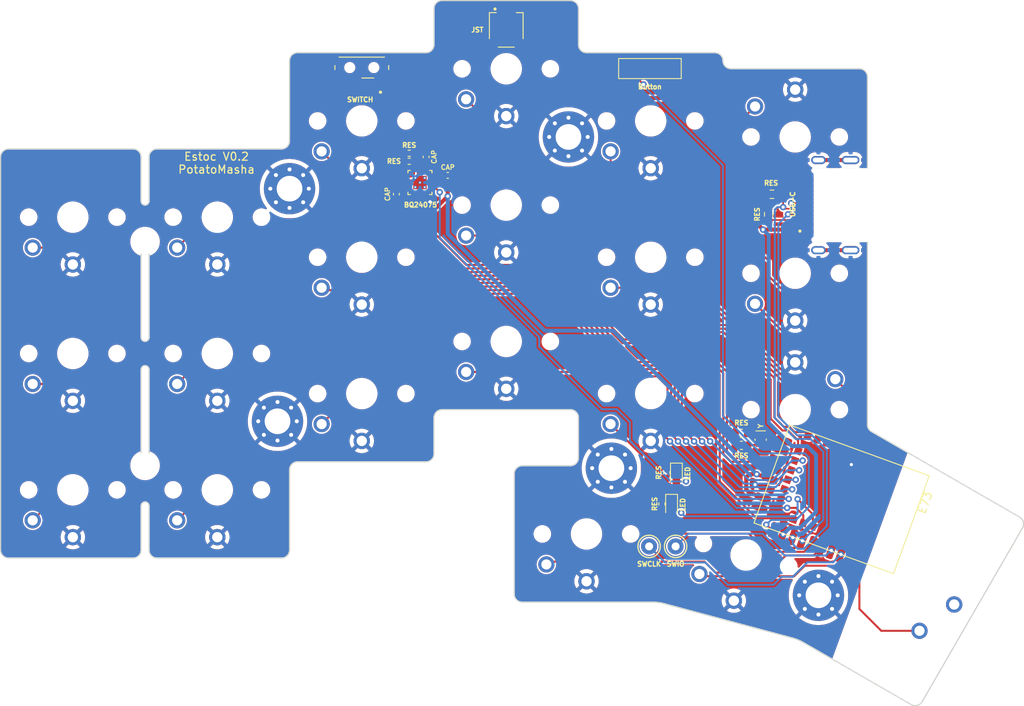
<source format=kicad_pcb>
(kicad_pcb (version 20211014) (generator pcbnew)
  (title_block (title "Estoc") (rev "0.2") (company "Austin Rognes"))
  (layers (0 "F.Cu" signal) (31 "B.Cu" signal) (34 "B.Paste" user) (35 "F.Paste" user) (36 "B.SilkS" user "B.Silkscreen") (37 "F.SilkS" user "F.Silkscreen") (38 "B.Mask" user) (39 "F.Mask" user) (44 "Edge.Cuts" user))
  (net 0 "")
  (net 1 "GND")
  (net 2 "K1")
  (net 3 "K2")
  (net 4 "K3")
  (net 5 "K4")
  (net 6 "K5")
  (net 7 "K6")
  (net 8 "K7")
  (net 9 "K8")
  (net 10 "K9")
  (net 11 "K10")
  (net 12 "K11")
  (net 13 "K12")
  (net 14 "K13")
  (net 15 "VDDH")
  (net 16 "VBUS")
  (net 17 "D-")
  (net 18 "D+")
  (net 19 "K14")
  (net 20 "K15")
  (net 21 "K16")
  (net 22 "K17")
  (net 23 "K18")
  (net 24 "K19")
  (net 25 "K20")
  (net 26 "K21")
  (net 27 "VBAT")
  (net 28 "CHG")
  (net 29 "RST")
  (net 30 "SWIO")
  (net 31 "SWCLK")
  (net 32 "STATUS")
  (footprint "PG1350" (layer "F.Cu") (at 125.3 119.3 180)
    (fp_text reference "S2" hide)
    (fp_text value "" hide)
  )
  (footprint "PG1350" (layer "F.Cu") (at 173.183294 139.419002 -15)
    (fp_text reference "S1" hide)
    (fp_text value "" hide)
  )
  (footprint "LED_SMD:LED_0603_1608Metric" (layer "F.Cu") (at 163.9 133.35 -90)
    (fp_text reference "LED")
    (fp_text value "LED")
  )
  (footprint "PG1350" (layer "F.Cu") (at 161.3 119.3 180)
    (fp_text reference "S2" hide)
    (fp_text value "" hide)
  )
  (footprint "clipboard:8583f098-8525-47d3-99c4-a63cf4c513a4" (layer "F.Cu") (at 181.599999 91.18 90)
    (fp_text reference "")
    (fp_text value "")
    (fp_line (start -8.42038 0) (end -0.81962 0) (layer "Edge.Cuts") (width 0.01))
    (fp_line (start 0 6.7) (end 0 0) (layer "Edge.Cuts") (width 0.01))
    (fp_line (start -9.24 6.7) (end -9.24 0) (layer "Edge.Cuts") (width 0.01))
    (fp_arc (start -8.42038 0) (mid -8.570382 -0.040191) (end -8.680191 -0.15) (layer "Edge.Cuts") (width 0.01))
    (fp_arc (start -0.55981 -0.15) (mid -0.222356 -0.289779) (end 0 -0.000001) (layer "Edge.Cuts") (width 0.01))
    (fp_arc (start -0.55981 -0.15) (mid -0.669619 -0.040192) (end -0.81962 0) (layer "Edge.Cuts") (width 0.01))
    (fp_arc (start -9.24 0) (mid -9.017645 -0.289779) (end -8.680191 -0.15) (layer "Edge.Cuts") (width 0.01))
  )
  (footprint "PG1350" (layer "F.Cu") (at 153.3 136.8 180)
    (fp_text reference "S2" hide)
    (fp_text value "" hide)
  )
  (footprint "PG1350" (layer "F.Cu") (at 89.3 131.3 180)
    (fp_text reference "S2" hide)
    (fp_text value "" hide)
  )
  (footprint "TestPoint:TestPoint_Keystone_5000-5004_Miniature" (layer "F.Cu") (at 161.1 138.35)
    (fp_text reference "SWCLK")
    (fp_text value "TestPoint_Keystone_5000-5004_Miniature" hide)
  )
  (footprint "Capacitor_SMD:C_0402_1005Metric" (layer "F.Cu") (at 133.3125 89.78875 -90)
    (fp_text reference "CAP")
    (fp_text value "CAP")
  )
  (footprint "2169900003:MOLEX_2169900003" (layer "F.Cu") (at 186.2 95.8 90)
    (fp_text reference "USB-C")
    (fp_text value "USB-C")
  )
  (footprint "TestPoint:TestPoint_Keystone_5000-5004_Miniature" (layer "F.Cu") (at 164.4 138.35)
    (fp_text reference "SWIO")
    (fp_text value "TestPoint_Keystone_5000-5004_Miniature" hide)
  )
  (footprint "PG1350" (layer "F.Cu") (at 173.183294 139.419002 165)
    (fp_text reference "S2" hide)
    (fp_text value "" hide)
  )
  (footprint "PG1350" (layer "F.Cu") (at 179.3 121.3)
    (fp_text reference "S2" hide)
    (fp_text value "" hide)
  )
  (footprint "MountingHole:MountingHole_3.2mm_M3" (layer "F.Cu") (at 98.3 100.35)
    (fp_text reference "REF**" hide)
    (fp_text value "MountingHole_3.2mm_M3" hide)
  )
  (footprint "PG1350" (layer "F.Cu") (at 161.3 119.3)
    (fp_text reference "S1" hide)
    (fp_text value "" hide)
  )
  (footprint "PG1350" (layer "F.Cu") (at 143.3 95.8)
    (fp_text reference "S1" hide)
    (fp_text value "" hide)
  )
  (footprint "PG1350" (layer "F.Cu") (at 161.3 102.3 180)
    (fp_text reference "S2" hide)
    (fp_text value "" hide)
  )
  (footprint "Capacitor_SMD:C_0402_1005Metric" (layer "F.Cu") (at 136.0125 92.08875 180)
    (fp_text reference "CAP")
    (fp_text value "CAP")
  )
  (footprint "PG1350" (layer "F.Cu") (at 161.3 85.3 180)
    (fp_text reference "S2" hide)
    (fp_text value "" hide)
  )
  (footprint "Resistor_SMD:R_0603_1608Metric" (layer "F.Cu") (at 176 96.95 90)
    (fp_text reference "RES")
    (fp_text value "RES")
  )
  (footprint "Crystal:Crystal_SMD_MicroCrystal_CM9V-T1A-2Pin_1.6x1.0mm" (layer "F.Cu") (at 175 125.05 -90)
    (fp_text reference "Y")
    (fp_text value "Y1")
  )
  (footprint "Capacitor_SMD:C_0603_1608Metric" (layer "F.Cu") (at 172.6 125.75 180)
    (fp_text reference "RES")
    (fp_text value "C")
  )
  (footprint "PG1350" (layer "F.Cu") (at 89.3 131.3)
    (fp_text reference "S1" hide)
    (fp_text value "" hide)
  )
  (footprint "PG1350" (layer "F.Cu") (at 161.3 102.3)
    (fp_text reference "S1" hide)
    (fp_text value "" hide)
  )
  (footprint "EG1215AA:SW_EG1215AA" (layer "F.Cu") (at 125.3 78.65 180)
    (fp_text reference "SWITCH")
    (fp_text value "SW_EG1215AA")
  )
  (footprint "Resistor_SMD:R_0402_1005Metric" (layer "F.Cu") (at 162.7 133.06 -90)
    (fp_text reference "RES")
    (fp_text value "RES")
  )
  (footprint "BQ24075TRGTT:QFN50P300X300X100-17N" (layer "F.Cu") (at 132.55 92.985)
    (fp_text reference "BQ24075")
    (fp_text value "BQ24075")
  )
  (footprint "PG1350" (layer "F.Cu") (at 143.3 78.8 180)
    (fp_text reference "S2" hide)
    (fp_text value "" hide)
  )
  (footprint "TL3330AF260QG:TL3330AF260QG" (layer "F.Cu") (at 165.105 80.025 180)
    (fp_text reference "Button")
    (fp_text value "TL3330AF260QG")
  )
  (footprint "Resistor_SMD:R_0402_1005Metric" (layer "F.Cu") (at 163.3 129.16 -90)
    (fp_text reference "RES")
    (fp_text value "RES")
  )
  (footprint "Resistor_SMD:R_0603_1608Metric" (layer "F.Cu") (at 176.4 94.45 180)
    (fp_text reference "RES")
    (fp_text value "RES")
  )
  (footprint "PG1350" (layer "F.Cu") (at 89.3 114.3 180)
    (fp_text reference "S2" hide)
    (fp_text value "" hide)
  )
  (footprint "PG1350" (layer "F.Cu") (at 89.3 97.3 180)
    (fp_text reference "S2" hide)
    (fp_text value "" hide)
  )
  (footprint "PG1350" (layer "F.Cu") (at 193.998784 142.645771 60)
    (fp_text reference "S1" hide)
    (fp_text value "" hide)
  )
  (footprint "PG1350" (layer "F.Cu") (at 107.3 114.3)
    (fp_text reference "S1" hide)
    (fp_text value "" hide)
  )
  (footprint "PG1350" (layer "F.Cu") (at 143.3 112.8)
    (fp_text reference "S1" hide)
    (fp_text value "" hide)
  )
  (footprint "LED_SMD:LED_0603_1608Metric" (layer "F.Cu") (at 164.5 129.45 -90)
    (fp_text reference "LED")
    (fp_text value "LED")
  )
  (footprint "Resistor_SMD:R_0402_1005Metric" (layer "F.Cu") (at 131.2125 90.335 180)
    (fp_text reference "RES")
    (fp_text value "RES")
  )
  (footprint "MountingHole:MountingHole_3.2mm_M3" (layer "F.Cu") (at 98.3 128.25)
    (fp_text reference "REF**" hide)
    (fp_text value "MountingHole_3.2mm_M3" hide)
  )
  (footprint "PG1350" (layer "F.Cu") (at 143.3 95.8 180)
    (fp_text reference "S2" hide)
    (fp_text value "" hide)
  )
  (footprint "PG1350" (layer "F.Cu") (at 125.3 85.3 180)
    (fp_text reference "S2" hide)
    (fp_text value "" hide)
  )
  (footprint "MountingHole:MountingHole_3.2mm_M3_Pad_Via" (layer "F.Cu") (at 156.4 128.6)
    (fp_text reference "REF**" hide)
    (fp_text value "MountingHole_3.2mm_M3_Pad_Via" hide)
  )
  (footprint "PG1350" (layer "F.Cu") (at 125.3 102.3 180)
    (fp_text reference "S2" hide)
    (fp_text value "" hide)
  )
  (footprint "PG1350" (layer "F.Cu") (at 107.3 97.3 180)
    (fp_text reference "S2" hide)
    (fp_text value "" hide)
  )
  (footprint "PG1350" (layer "F.Cu") (at 89.3 97.3)
    (fp_text reference "S1" hide)
    (fp_text value "" hide)
  )
  (footprint "BM02B-ACHSS-GAN-TF_LF__SN_:JST_BM02B-ACHSS-GAN-TF(LF)(SN)" (layer "F.Cu") (at 143.3 73.95)
    (fp_text reference "JST")
    (fp_text value "JST_BM02B")
  )
  (footprint "PG1350" (layer "F.Cu") (at 125.3 119.3)
    (fp_text reference "S1" hide)
    (fp_text value "" hide)
  )
  (footprint "PG1350" (layer "F.Cu") (at 143.3 112.8 180)
    (fp_text reference "S2" hide)
    (fp_text value "" hide)
  )
  (footprint "PG1350" (layer "F.Cu") (at 179.3 104.3)
    (fp_text reference "S1" hide)
    (fp_text value "" hide)
  )
  (footprint "PG1350" (layer "F.Cu") (at 179.3 104.3 180)
    (fp_text reference "S2" hide)
    (fp_text value "" hide)
  )
  (footprint "MountingHole:MountingHole_3.2mm_M3_Pad_Via" (layer "F.Cu") (at 151.05 87.3)
    (fp_text reference "REF**" hide)
    (fp_text value "Hole" hide)
  )
  (footprint "E73-2G4M08S1E:E73-2G4M08S1E" (layer "F.Cu") (at 184.846727 132.399344 -110)
    (fp_text reference "E73")
    (fp_text value "E73")
  )
  (footprint "PG1350" (layer "F.Cu") (at 107.3 131.3 180)
    (fp_text reference "S2" hide)
    (fp_text value "" hide)
  )
  (footprint "PG1350" (layer "F.Cu") (at 89.3 114.3)
    (fp_text reference "S1" hide)
    (fp_text value "" hide)
  )
  (footprint "Capacitor_SMD:C_0603_1608Metric" (layer "F.Cu") (at 172.6 124.25 180)
    (fp_text reference "RES")
    (fp_text value "C")
  )
  (footprint "PG1350" (layer "F.Cu") (at 125.3 102.3)
    (fp_text reference "S1" hide)
    (fp_text value "" hide)
  )
  (footprint "PG1350" (layer "F.Cu") (at 107.3 131.3)
    (fp_text reference "S1" hide)
    (fp_text value "" hide)
  )
  (footprint "PG1350" (layer "F.Cu") (at 153.3 136.8)
    (fp_text reference "S1" hide)
    (fp_text value "" hide)
  )
  (footprint "MountingHole:MountingHole_3.2mm_M3_Pad_Via" (layer "F.Cu") (at 116.3 93.75)
    (fp_text reference "REF**" hide)
    (fp_text value "MountingHole_3.2mm_M3_Pad_Via" hide)
  )
  (footprint "PG1350" (layer "F.Cu") (at 193.998784 142.645771 -120)
    (fp_text reference "S2" hide)
    (fp_text value "" hide)
  )
  (footprint "Resistor_SMD:R_0402_1005Metric" (layer "F.Cu") (at 131.2125 89.335 180)
    (fp_text reference "RES")
    (fp_text value "RES")
  )
  (footprint "PG1350" (layer "F.Cu") (at 107.3 97.3)
    (fp_text reference "S1" hide)
    (fp_text value "" hide)
  )
  (footprint "PG1350" (layer "F.Cu") (at 125.3 85.3)
    (fp_text reference "S1" hide)
    (fp_text value "" hide)
  )
  (footprint "PG1350" (layer "F.Cu") (at 143.3 78.8)
    (fp_text reference "S1" hide)
    (fp_text value "" hide)
  )
  (footprint "Capacitor_SMD:C_0402_1005Metric" (layer "F.Cu") (at 129.6125 94.435 -90)
    (fp_text reference "CAP")
    (fp_text value "CAP")
  )
  (footprint "MountingHole:MountingHole_3.2mm_M3_Pad_Via" (layer "F.Cu") (at 182.2 144.45)
    (fp_text reference "REF**" hide)
    (fp_text value "MountingHole_3.2mm_M3_Pad_Via" hide)
  )
  (footprint "PG1350" (layer "F.Cu") (at 107.3 114.3 180)
    (fp_text reference "S2" hide)
    (fp_text value "" hide)
  )
  (footprint "PG1350" (layer "F.Cu") (at 161.3 85.3)
    (fp_text reference "S1" hide)
    (fp_text value "" hide)
  )
  (footprint "PG1350" (layer "F.Cu") (at 179.3 121.3 180)
    (fp_text reference "S1" hide)
    (fp_text value "" hide)
  )
  (footprint "MountingHole:MountingHole_3.2mm_M3_Pad_Via" (layer "F.Cu") (at 114.8 122.75)
    (fp_text reference "0" hide)
    (fp_text value "MountingHole_3.2mm_M3_Pad_Via" hide)
  )
  (footprint "PG1350" (layer "F.Cu") (at 179.3 87.3 180)
    (fp_text reference "S1" hide)
    (fp_text value "" hide)
  )
  (footprint "PG1350" (layer "B.Cu") (at 179.3 87.3 180)
    (fp_text reference "S2" hide)
    (fp_text value "" hide)
  )
  (gr_arc (start 116.3 138.8) (mid 116.007104 139.507104) (end 115.3 139.8) (layer "Edge.Cuts") (width 0.15))
  (gr_arc (start 97.8 133.312994) (mid 98.3 132.8) (end 98.8 133.312994) (layer "Edge.Cuts") (width 0.15))
  (gr_arc (start 116.3 128.8) (mid 116.592895 128.092895) (end 117.3 127.8) (layer "Edge.Cuts") (width 0.15))
  (gr_line (start 162.975009 145.484592) (end 179.003436 149.78) (layer "Edge.Cuts") (width 0.15))
  (gr_line (start 134.3 71.3) (end 134.3 75.8) (layer "Edge.Cuts") (width 0.15))
  (gr_arc (start 153.3 76.8) (mid 152.592893 76.507107) (end 152.3 75.8) (layer "Edge.Cuts") (width 0.15))
  (gr_arc (start 179.003436 149.78) (mid 179.674454 150.00778) (end 180.31 150.321196) (layer "Edge.Cuts") (width 0.15))
  (gr_arc (start 171.3 78.8) (mid 170.592893 78.507107) (end 170.3 77.8) (layer "Edge.Cuts") (width 0.15))
  (gr_line (start 135.3 121.3) (end 151.292895 121.3) (layer "Edge.Cuts") (width 0.15))
  (gr_arc (start 99.800107 139.8) (mid 99.093 139.507107) (end 98.800107 138.8) (layer "Edge.Cuts") (width 0.15))
  (gr_line (start 187.3 78.8) (end 171.3 78.8) (layer "Edge.Cuts") (width 0.15))
  (gr_arc (start 81.3 139.8) (mid 80.592893 139.507107) (end 80.3 138.8) (layer "Edge.Cuts") (width 0.15))
  (gr_line (start 99.800107 88.8) (end 115.3 88.8) (layer "Edge.Cuts") (width 0.15))
  (gr_line (start 169.3 76.8) (end 153.3 76.8) (layer "Edge.Cuts") (width 0.15))
  (gr_line (start 116.3 138.8) (end 116.3 128.8) (layer "Edge.Cuts") (width 0.15))
  (gr_line (start 188.3 123.176363) (end 188.299999 100.42) (layer "Edge.Cuts") (width 0.15))
  (gr_line (start 97.8 133.312994) (end 97.799893 138.8) (layer "Edge.Cuts") (width 0.15))
  (gr_arc (start 134.3 122.3) (mid 134.592895 121.592895) (end 135.3 121.3) (layer "Edge.Cuts") (width 0.15))
  (gr_arc (start 151.3 121.3) (mid 152.007107 121.592893) (end 152.3 122.3) (layer "Edge.Cuts") (width 0.15))
  (gr_line (start 134.3 122.3) (end 134.3 126.8) (layer "Edge.Cuts") (width 0.15))
  (gr_arc (start 188.81 124.044989) (mid 188.436928 123.680003) (end 188.3 123.176363) (layer "Edge.Cuts") (width 0.15))
  (gr_line (start 98.800107 89.8) (end 98.8 95.287499) (layer "Edge.Cuts") (width 0.15))
  (gr_arc (start 169.3 76.8) (mid 170.007107 77.092893) (end 170.3 77.8) (layer "Edge.Cuts") (width 0.15))
  (gr_line (start 97.8 99.313157) (end 97.8 112.287336) (layer "Edge.Cuts") (width 0.15))
  (gr_arc (start 97.8 116.312994) (mid 98.3 115.8) (end 98.8 116.312994) (layer "Edge.Cuts") (width 0.15))
  (gr_arc (start 161.572893 145.3) (mid 162.28 145.346346) (end 162.975009 145.484592) (layer "Edge.Cuts") (width 0.15))
  (gr_line (start 133.3 76.8) (end 117.3 76.8) (layer "Edge.Cuts") (width 0.15))
  (gr_line (start 144.3 144.3) (end 144.3 129.3) (layer "Edge.Cuts") (width 0.15))
  (gr_line (start 98.8 116.312994) (end 98.8 129.287336) (layer "Edge.Cuts") (width 0.15))
  (gr_arc (start 187.3 78.8) (mid 188.007107 79.092893) (end 188.3 79.8) (layer "Edge.Cuts") (width 0.15))
  (gr_line (start 97.8 116.312994) (end 97.8 129.287336) (layer "Edge.Cuts") (width 0.15))
  (gr_line (start 97.799893 89.8) (end 97.8 95.287499) (layer "Edge.Cuts") (width 0.15))
  (gr_arc (start 144.3 129.3) (mid 144.592893 128.592893) (end 145.3 128.3) (layer "Edge.Cuts") (width 0.15))
  (gr_line (start 151.3 128.3) (end 145.3 128.3) (layer "Edge.Cuts") (width 0.15))
  (gr_arc (start 98.800107 89.8) (mid 99.093 89.092893) (end 99.800107 88.8) (layer "Edge.Cuts") (width 0.15))
  (gr_line (start 180.31 150.321196) (end 193.750599 158.076025) (layer "Edge.Cuts") (width 0.15))
  (gr_line (start 195.116625 157.709999) (end 207.615395 136.065285) (layer "Edge.Cuts") (width 0.15))
  (gr_arc (start 98.8 95.287499) (mid 98.3 95.800493) (end 97.8 95.287499) (layer "Edge.Cuts") (width 0.15))
  (gr_arc (start 97.799893 138.8) (mid 97.507 139.507107) (end 96.799893 139.8) (layer "Edge.Cuts") (width 0.15))
  (gr_arc (start 134.3 126.8) (mid 134.007104 127.507104) (end 133.3 127.8) (layer "Edge.Cuts") (width 0.15))
  (gr_line (start 152.3 75.8) (end 152.3 71.3) (layer "Edge.Cuts") (width 0.15))
  (gr_arc (start 80.3 89.8) (mid 80.592893 89.092893) (end 81.3 88.8) (layer "Edge.Cuts") (width 0.15))
  (gr_line (start 81.3 88.8) (end 96.799893 88.8) (layer "Edge.Cuts") (width 0.15))
  (gr_line (start 80.3 138.8) (end 80.3 89.8) (layer "Edge.Cuts") (width 0.15))
  (gr_arc (start 145.3 145.3) (mid 144.592893 145.007107) (end 144.3 144.3) (layer "Edge.Cuts") (width 0.15))
  (gr_arc (start 98.8 112.287336) (mid 98.3 112.80033) (end 97.8 112.287336) (layer "Edge.Cuts") (width 0.15))
  (gr_arc (start 116.3 87.8) (mid 116.007107 88.507107) (end 115.3 88.8) (layer "Edge.Cuts") (width 0.15))
  (gr_arc (start 116.3 77.8) (mid 116.592893 77.092893) (end 117.3 76.8) (layer "Edge.Cuts") (width 0.15))
  (gr_line (start 116.3 77.8) (end 116.3 87.8) (layer "Edge.Cuts") (width 0.15))
  (gr_arc (start 152.3 127.3) (mid 152.007107 128.007107) (end 151.3 128.3) (layer "Edge.Cuts") (width 0.15))
  (gr_line (start 151.3 70.3) (end 135.3 70.3) (layer "Edge.Cuts") (width 0.15))
  (gr_line (start 152.3 122.3) (end 152.3 127.3) (layer "Edge.Cuts") (width 0.15))
  (gr_arc (start 207.250599 134.693339) (mid 207.71859 135.303356) (end 207.615395 136.065285) (layer "Edge.Cuts") (width 0.15))
  (gr_arc (start 134.3 71.3) (mid 134.592893 70.592893) (end 135.3 70.3) (layer "Edge.Cuts") (width 0.15))
  (gr_line (start 133.3 127.8) (end 117.3 127.8) (layer "Edge.Cuts") (width 0.15))
  (gr_line (start 145.3 145.3) (end 161.572893 145.3) (layer "Edge.Cuts") (width 0.15))
  (gr_arc (start 96.799893 88.8) (mid 97.507 89.092893) (end 97.799893 89.8) (layer "Edge.Cuts") (width 0.15))
  (gr_line (start 188.81 124.044989) (end 207.250599 134.693339) (layer "Edge.Cuts") (width 0.15))
  (gr_line (start 188.299999 91.18) (end 188.3 79.8) (layer "Edge.Cuts") (width 0.15))
  (gr_arc (start 151.3 70.3) (mid 152.007107 70.592893) (end 152.3 71.3) (layer "Edge.Cuts") (width 0.15))
  (gr_line (start 98.8 133.312994) (end 98.800107 138.8) (layer "Edge.Cuts") (width 0.15))
  (gr_arc (start 134.3 75.8) (mid 134.007107 76.507107) (end 133.3 76.8) (layer "Edge.Cuts") (width 0.15))
  (gr_arc (start 98.8 129.287336) (mid 98.3 129.80033) (end 97.8 129.287336) (layer "Edge.Cuts") (width 0.15))
  (gr_arc (start 195.116625 157.709999) (mid 194.509419 158.175925) (end 193.750599 158.076025) (layer "Edge.Cuts") (width 0.15))
  (gr_arc (start 97.8 99.313157) (mid 98.3 98.800163) (end 98.8 99.313157) (layer "Edge.Cuts") (width 0.15))
  (gr_line (start 99.800107 139.8) (end 115.3 139.8) (layer "Edge.Cuts") (width 0.15))
  (gr_line (start 81.3 139.8) (end 96.799893 139.8) (layer "Edge.Cuts") (width 0.15))
  (gr_line (start 98.8 99.313157) (end 98.8 112.287336) (layer "Edge.Cuts") (width 0.15))
  (gr_text "Estoc V0.2\nPotatoMasha" (at 107.2 90.55) (layer "F.SilkS") (effects (font (size 1 1))))
  (segment (start 162.7 132.55) (end 163.8875 132.55) (width 0.2) (layer "F.Cu") (net 0))
  (segment (start 130.7025 89.335) (end 129.6125 89.335) (width 0.2) (layer "F.Cu") (net 0))
  (segment (start 164.4875 128.65) (end 164.5 128.6625) (width 0.2) (layer "F.Cu") (net 0))
  (segment (start 173.375 125.75) (end 175 125.65) (width 0.25) (layer "F.Cu") (net 0))
  (segment (start 179.5 97.05) (end 178.9 97.65) (width 0.2) (layer "F.Cu") (net 0))
  (segment (start 173.375 124.25) (end 175 124.45) (width 0.25) (layer "F.Cu") (net 0))
  (segment (start 181.05 97.05) (end 179.5 97.05) (width 0.2) (layer "F.Cu") (net 0))
  (segment (start 179.089259 94.45) (end 177.225 94.45) (width 0.2) (layer "F.Cu") (net 0))
  (segment (start 163.3 128.65) (end 164.4875 128.65) (width 0.2) (layer "F.Cu") (net 0))
  (segment (start 129.6125 92.235) (end 131.115 92.235) (width 0.2) (layer "F.Cu") (net 0))
  (segment (start 131.8 91.235) (end 131.8 91.55) (width 0.2) (layer "F.Cu") (net 0))
  (segment (start 176.125 97.65) (end 176 97.775) (width 0.2) (layer "F.Cu") (net 0))
  (segment (start 129.6125 89.335) (end 129.6125 92.235) (width 0.2) (layer "F.Cu") (net 0))
  (segment (start 178.9 97.65) (end 176.125 97.65) (width 0.2) (layer "F.Cu") (net 0))
  (segment (start 179.489259 94.05) (end 179.089259 94.45) (width 0.2) (layer "F.Cu") (net 0))
  (segment (start 175 125.65) (end 177.473697 126.342337) (width 0.25) (layer "F.Cu") (net 0))
  (segment (start 181.05 94.05) (end 179.489259 94.05) (width 0.2) (layer "F.Cu") (net 0))
  (segment (start 130.7025 90.335) (end 130.7025 91.235) (width 0.2) (layer "F.Cu") (net 0))
  (segment (start 130.7025 91.235) (end 131.8 91.235) (width 0.2) (layer "F.Cu") (net 0))
  (segment (start 163.8875 132.55) (end 163.9 132.5625) (width 0.2) (layer "F.Cu") (net 0))
  (segment (start 175 124.45) (end 177.908063 125.148927) (width 0.25) (layer "F.Cu") (net 0))
  (segment (start 186.2 101.42) (end 182.2 101.42) (width 0.5) (layer "F.Cu") (net 1))
  (segment (start 175.270259 130.65) (end 175.736235 131.115976) (width 0.25) (layer "F.Cu") (net 1))
  (segment (start 132.31702 89.335) (end 133.28625 89.335) (width 0.25) (layer "F.Cu") (net 1))
  (segment (start 132.3 91.55) (end 132.31702 91.53298) (width 0.25) (layer "F.Cu") (net 1))
  (segment (start 179.825 91.375) (end 181.05 92.6) (width 0.5) (layer "F.Cu") (net 1))
  (segment (start 130.55 94.985) (end 129.6825 94.985) (width 0.25) (layer "F.Cu") (net 1))
  (segment (start 130.55 93.735) (end 130.55 94.985) (width 0.25) (layer "F.Cu") (net 1))
  (segment (start 187.022873 126.274241) (end 186.3 128.15) (width 0.25) (layer "F.Cu") (net 1))
  (segment (start 131.8 94.42) (end 131.8 94.985) (width 0.25) (layer "F.Cu") (net 1))
  (segment (start 133.3 94.42) (end 133.3 94.87625) (width 0.25) (layer "F.Cu") (net 1))
  (segment (start 131.115 93.735) (end 130.55 93.735) (width 0.25) (layer "F.Cu") (net 1))
  (segment (start 131.7225 90.335) (end 132.3125 90.335) (width 0.25) (layer "F.Cu") (net 1))
  (segment (start 186.2 90.18) (end 182.2 90.18) (width 0.5) (layer "F.Cu") (net 1))
  (segment (start 132.31702 89.335) (end 131.7225 89.335) (width 0.25) (layer "F.Cu") (net 1))
  (segment (start 132.3125 90.335) (end 132.31702 90.33048) (width 0.25) (layer "F.Cu") (net 1))
  (segment (start 181.05 99) (end 179.9 100.15) (width 0.5) (layer "F.Cu") (net 1))
  (segment (start 133.3 94.87625) (end 133.8125 95.38875) (width 0.25) (layer "F.Cu") (net 1))
  (segment (start 132.31702 91.53298) (end 132.31702 90.33048) (width 0.25) (layer "F.Cu") (net 1))
  (segment (start 131.8 94.985) (end 130.55 94.985) (width 0.25) (layer "F.Cu") (net 1))
  (segment (start 132.32154 90.335) (end 132.31702 90.33048) (width 0.25) (layer "F.Cu") (net 1))
  (segment (start 174.3 130.65) (end 175.270259 130.65) (width 0.25) (layer "F.Cu") (net 1))
  (segment (start 133.28625 89.335) (end 133.3125 89.30875) (width 0.25) (layer "F.Cu") (net 1))
  (segment (start 129.6825 94.985) (end 129.6125 94.915) (width 0.25) (layer "F.Cu") (net 1))
  (segment (start 132.31702 90.33048) (end 132.31702 89.335) (width 0.25) (layer "F.Cu") (net 1))
  (via (at 186.3 128.15) (size 0.8) (drill 0.4) (layers "F.Cu" "B.Cu") (net 1))
  (via (at 174.3 130.65) (size 0.8) (drill 0.4) (layers "F.Cu" "B.Cu") (net 1))
  (via (at 133.8125 95.38875) (size 0.8) (drill 0.4) (layers "F.Cu" "B.Cu") (net 1))
  (segment (start 143.3 84.7) (end 143.925421 84.074579) (width 0.25) (layer "B.Cu") (net 1))
  (segment (start 107.3 103.2) (end 107.3 102.75) (width 0.25) (layer "B.Cu") (net 1))
  (segment (start 107.45 120.05) (end 107.3 120.2) (width 0.25) (layer "B.Cu") (net 1))
  (segment (start 109.1 98.55) (end 108.2 99.45) (width 0.25) (layer "F.Cu") (net 2))
  (segment (start 149.742367 103.69952) (end 138.113803 103.69952) (width 0.25) (layer "F.Cu") (net 2))
  (segment (start 93.85 101.1) (end 84.3 101.1) (width 0.25) (layer "F.Cu") (net 2))
  (segment (start 114.283008 97.55) (end 113.283008 98.55) (width 0.25) (layer "F.Cu") (net 2))
  (segment (start 177.039332 127.535747) (end 176.853585 127.35) (width 0.25) (layer "F.Cu") (net 2))
  (segment (start 103 99.05) (end 100.9 99.05) (width 0.25) (layer "F.Cu") (net 2))
  (segment (start 170.8 116.59856) (end 166.3 112.09856) (width 0.25) (layer "F.Cu") (net 2))
  (segment (start 100.9 99.05) (end 99.6 97.75) (width 0.25) (layer "F.Cu") (net 2))
  (segment (start 131.964282 97.55) (end 114.283008 97.55) (width 0.25) (layer "F.Cu") (net 2))
  (segment (start 171.5 127.35) (end 170.8 126.65) (width 0.25) (layer "F.Cu") (net 2))
  (segment (start 158.141408 112.09856) (end 149.742367 103.69952) (width 0.25) (layer "F.Cu") (net 2))
  (segment (start 170.8 126.65) (end 170.8 116.59856) (width 0.25) (layer "F.Cu") (net 2))
  (segment (start 176.853585 127.35) (end 171.5 127.35) (width 0.25) (layer "F.Cu") (net 2))
  (segment (start 97.2 97.75) (end 93.85 101.1) (width 0.25) (layer "F.Cu") (net 2))
  (segment (start 103.4 99.45) (end 103 99.05) (width 0.25) (layer "F.Cu") (net 2))
  (segment (start 138.113803 103.69952) (end 131.964282 97.55) (width 0.25) (layer "F.Cu") (net 2))
  (segment (start 108.2 99.45) (end 103.4 99.45) (width 0.25) (layer "F.Cu") (net 2))
  (segment (start 166.3 112.09856) (end 158.141408 112.09856) (width 0.25) (layer "F.Cu") (net 2))
  (segment (start 99.6 97.75) (end 97.2 97.75) (width 0.25) (layer "F.Cu") (net 2))
  (segment (start 113.283008 98.55) (end 109.1 98.55) (width 0.25) (layer "F.Cu") (net 2))
  (segment (start 175.67533 127.79952) (end 176.604966 128.729156) (width 0.25) (layer "F.Cu") (net 3))
  (segment (start 113.469206 98.99952) (end 114.469206 97.99952) (width 0.25) (layer "F.Cu") (net 3))
  (segment (start 103.50048 99.89952) (end 108.386198 99.89952) (width 0.25) (layer "F.Cu") (net 3))
  (segment (start 157.278564 111.871436) (end 157.955211 112.54808) (width 0.25) (layer "F.Cu") (net 3))
  (segment (start 108.386198 99.89952) (end 109.286198 98.99952) (width 0.25) (layer "F.Cu") (net 3))
  (segment (start 149.556169 104.14904) (end 157.278564 111.871436) (width 0.25) (layer "F.Cu") (net 3))
  (segment (start 170.35048 126.836198) (end 171.313803 127.79952) (width 0.25) (layer "F.Cu") (net 3))
  (segment (start 137.927606 104.14904) (end 149.556169 104.14904) (width 0.25) (layer "F.Cu") (net 3))
  (segment (start 131.778084 97.99952) (end 137.927606 104.14904) (width 0.25) (layer "F.Cu") (net 3))
  (segment (start 102.3 101.1) (end 103.50048 99.89952) (width 0.25) (layer "F.Cu") (net 3))
  (segment (start 171.313803 127.79952) (end 175.67533 127.79952) (width 0.25) (layer "F.Cu") (net 3))
  (segment (start 114.469206 97.99952) (end 131.778084 97.99952) (width 0.25) (layer "F.Cu") (net 3))
  (segment (start 109.286198 98.99952) (end 113.469206 98.99952) (width 0.25) (layer "F.Cu") (net 3))
  (segment (start 157.955211 112.54808) (end 166.113802 112.54808) (width 0.25) (layer "F.Cu") (net 3))
  (segment (start 170.35048 116.784758) (end 170.35048 126.836198) (width 0.25) (layer "F.Cu") (net 3))
  (segment (start 166.113802 112.54808) (end 170.35048 116.784758) (width 0.25) (layer "F.Cu") (net 3))
  (segment (start 178.413802 123.89952) (end 179.665945 125.151663) (width 0.25) (layer "F.Cu") (net 4))
  (segment (start 120.3 89.1) (end 127.025 95.825) (width 0.25) (layer "F.Cu") (net 4))
  (segment (start 138.3 103.25) (end 149.928565 103.25) (width 0.25) (layer "F.Cu") (net 4))
  (segment (start 127.025 95.825) (end 130.875 95.825) (width 0.25) (layer "F.Cu") (net 4))
  (segment (start 130.875 95.825) (end 138.3 103.25) (width 0.25) (layer "F.Cu") (net 4))
  (segment (start 176.25048 117.543352) (end 176.25048 122.436197) (width 0.25) (layer "F.Cu") (net 4))
  (segment (start 177.713802 123.89952) (end 178.413802 123.89952) (width 0.25) (layer "F.Cu") (net 4))
  (segment (start 170.356168 111.64904) (end 176.25048 117.543352) (width 0.25) (layer "F.Cu") (net 4))
  (segment (start 158.327605 111.64904) (end 170.356168 111.64904) (width 0.25) (layer "F.Cu") (net 4))
  (segment (start 149.928565 103.25) (end 158.327605 111.64904) (width 0.25) (layer "F.Cu") (net 4))
  (segment (start 179.665945 125.151663) (end 179.665945 126.459176) (width 0.25) (layer "F.Cu") (net 4))
  (segment (start 176.25048 122.436197) (end 177.713802 123.89952) (width 0.25) (layer "F.Cu") (net 4))
  (segment (start 170.728564 110.75) (end 158.7 110.75) (width 0.25) (layer "F.Cu") (net 5))
  (segment (start 180.3 119.35) (end 179.09904 118.14904) (width 0.25) (layer "F.Cu") (net 5))
  (segment (start 179.09904 118.14904) (end 178.127604 118.14904) (width 0.25) (layer "F.Cu") (net 5))
  (segment (start 182.249235 121.294912) (end 180.304323 119.35) (width 0.25) (layer "F.Cu") (net 5))
  (segment (start 180.304323 119.35) (end 180.3 119.35) (width 0.25) (layer "F.Cu") (net 5))
  (segment (start 147.275 99.325) (end 147.275 91.575) (width 0.25) (layer "F.Cu") (net 5))
  (segment (start 147.275 91.575) (end 138.3 82.6) (width 0.25) (layer "F.Cu") (net 5))
  (segment (start 178.127604 118.14904) (end 170.728564 110.75) (width 0.25) (layer "F.Cu") (net 5))
  (segment (start 158.7 110.75) (end 147.275 99.325) (width 0.25) (layer "F.Cu") (net 5))
  (segment (start 182.249235 124.536779) (end 182.249235 121.294912) (width 0.25) (layer "F.Cu") (net 5))
  (segment (start 182.387879 120.162121) (end 182.387879 120.137879) (width 0.25) (layer "F.Cu") (net 6))
  (segment (start 184.636054 125.40551) (end 184.636054 123.951581) (width 0.25) (layer "F.Cu") (net 6))
  (segment (start 183.148275 122.463803) (end 183.148275 120.922518) (width 0.25) (layer "F.Cu") (net 6))
  (segment (start 182.387879 120.137879) (end 179.5 117.25) (width 0.25) (layer "F.Cu") (net 6))
  (segment (start 184.636054 123.951581) (end 183.148275 122.463803) (width 0.25) (layer "F.Cu") (net 6))
  (segment (start 156.3 89.1) (end 156.3 92.85) (width 0.25) (layer "F.Cu") (net 6))
  (segment (start 179.5 117.25) (end 178.5 117.25) (width 0.25) (layer "F.Cu") (net 6))
  (segment (start 164.4 100.95) (end 164.5 101.05) (width 0.25) (layer "F.Cu") (net 6))
  (segment (start 183.148275 120.922518) (end 182.387879 120.162121) (width 0.25) (layer "F.Cu") (net 6))
  (segment (start 164.5 103.25) (end 164.5 101.05) (width 0.25) (layer "F.Cu") (net 6))
  (segment (start 156.3 92.85) (end 164.4 100.95) (width 0.25) (layer "F.Cu") (net 6))
  (segment (start 178.5 117.25) (end 164.5 103.25) (width 0.25) (layer "F.Cu") (net 6))
  (segment (start 187.2 123.714282) (end 187.2 115.85) (width 0.25) (layer "F.Cu") (net 7))
  (segment (start 189.409693 127.142972) (end 189.409693 125.923975) (width 0.25) (layer "F.Cu") (net 7))
  (segment (start 189.409693 125.923975) (end 187.2 123.714282) (width 0.25) (layer "F.Cu") (net 7))
  (segment (start 176.1 104.75) (end 176.1 102.85) (width 0.25) (layer "F.Cu") (net 7))
  (segment (start 172.3 85.5) (end 174.3 83.5) (width 0.25) (layer "F.Cu") (net 7))
  (segment (start 172.3 99.05) (end 172.3 85.5) (width 0.25) (layer "F.Cu") (net 7))
  (segment (start 176.1 102.85) (end 172.3 99.05) (width 0.25) (layer "F.Cu") (net 7))
  (segment (start 187.2 115.85) (end 176.1 104.75) (width 0.25) (layer "F.Cu") (net 7))
  (segment (start 99.454444 113.65) (end 114.655404 98.44904) (width 0.25) (layer "F.Cu") (net 8))
  (segment (start 169.9 116.969996) (end 169.9 130.25) (width 0.25) (layer "F.Cu") (net 8))
  (segment (start 178.971309 134.85) (end 179.11792 134.996611) (width 0.25) (layer "F.Cu") (net 8))
  (segment (start 131.591887 98.44904) (end 137.741409 104.59856) (width 0.25) (layer "F.Cu") (net 8))
  (segment (start 93.65 118.1) (end 98.100001 113.65) (width 0.25) (layer "F.Cu") (net 8))
  (segment (start 114.655404 98.44904) (end 131.591887 98.44904) (width 0.25) (layer "F.Cu") (net 8))
  (segment (start 165.927603 112.997599) (end 169.9 116.969996) (width 0.25) (layer "F.Cu") (net 8))
  (segment (start 157.769011 112.997599) (end 165.927603 112.997599) (width 0.25) (layer "F.Cu") (net 8))
  (segment (start 149.369971 104.59856) (end 157.769011 112.997599) (width 0.25) (layer "F.Cu") (net 8))
  (segment (start 84.3 118.1) (end 93.65 118.1) (width 0.25) (layer "F.Cu") (net 8))
  (segment (start 174.5 134.85) (end 178.971309 134.85) (width 0.25) (layer "F.Cu") (net 8))
  (segment (start 98.100001 113.65) (end 99.454444 113.65) (width 0.25) (layer "F.Cu") (net 8))
  (segment (start 137.741409 104.59856) (end 149.369971 104.59856) (width 0.25) (layer "F.Cu") (net 8))
  (segment (start 169.9 130.25) (end 174.5 134.85) (width 0.25) (layer "F.Cu") (net 8))
  (segment (start 121.6 99.34808) (end 131.219491 99.34808) (width 0.25) (layer "F.Cu") (net 9))
  (segment (start 157.396614 113.896638) (end 159.301416 115.80144) (width 0.25) (layer "F.Cu") (net 9))
  (segment (start 178.797213 128.845995) (end 178.797213 128.852787) (width 0.2) (layer "F.Cu") (net 9))
  (segment (start 137.369015 105.4976) (end 137.74141 105.4976) (width 0.25) (layer "F.Cu") (net 9))
  (segment (start 167.7 125.225386) (end 167.7 125.25) (width 0.25) (layer "F.Cu") (net 9))
  (segment (start 162.662917 115.801441) (end 164.737581 117.876107) (width 0.25) (layer "F.Cu") (net 9))
  (segment (start 164.737581 117.876107) (end 164.737581 122.262967) (width 0.25) (layer "F.Cu") (net 9))
  (segment (start 137.74141 105.4976) (end 148.997575 105.4976) (width 0.25) (layer "F.Cu") (net 9))
  (segment (start 103.6 116.8) (end 103.6 110.77588) (width 0.25) (layer "F.Cu") (net 9))
  (segment (start 103.6 110.77588) (end 106.56294 107.81294) (width 0.25) (layer "F.Cu") (net 9))
  (segment (start 164.737581 122.262967) (end 167.7 125.225386) (width 0.25) (layer "F.Cu") (net 9))
  (segment (start 151.324988 107.825012) (end 157.396614 113.896638) (width 0.25) (layer "F.Cu") (net 9))
  (segment (start 132.560706 100.689294) (end 137.369015 105.4976) (width 0.25) (layer "F.Cu") (net 9))
  (segment (start 159.301416 115.80144) (end 162.662917 115.801441) (width 0.25) (layer "F.Cu") (net 9))
  (segment (start 148.997575 105.4976) (end 151.324988 107.825012) (width 0.25) (layer "F.Cu") (net 9))
  (segment (start 131.219491 99.34808) (end 132.560706 100.689294) (width 0.25) (layer "F.Cu") (net 9))
  (segment (start 106.56294 107.81294) (end 115.0278 99.34808) (width 0.25) (layer "F.Cu") (net 9))
  (segment (start 115.0278 99.34808) (end 121.6 99.34808) (width 0.25) (layer "F.Cu") (net 9))
  (segment (start 103.6 116.8) (end 102.3 118.1) (width 0.25) (layer "F.Cu") (net 9))
  (segment (start 178.797213 128.845995) (end 179.790421 128.845995) (width 0.2) (layer "F.Cu") (net 9))
  (segment (start 179.790421 128.845995) (end 179.797213 128.852787) (width 0.2) (layer "F.Cu") (net 9))
  (via (at 179.797213 128.852787) (size 0.8) (drill 0.4) (layers "F.Cu" "B.Cu") (net 9))
  (via (at 167.7 125.25) (size 0.8) (drill 0.4) (layers "F.Cu" "B.Cu") (net 9))
  (segment (start 178.332931 128.852787) (end 179.797213 128.852787) (width 0.25) (layer "B.Cu") (net 9))
  (segment (start 167.7 125.274614) (end 172.949417 130.524031) (width 0.25) (layer "B.Cu") (net 9))
  (segment (start 172.949417 130.524031) (end 176.661687 130.524031) (width 0.25) (layer "B.Cu") (net 9))
  (segment (start 176.661687 130.524031) (end 178.332931 128.852787) (width 0.25) (layer "B.Cu") (net 9))
  (segment (start 167.7 125.25) (end 167.7 125.274614) (width 0.25) (layer "B.Cu") (net 9))
  (segment (start 163.838541 123.363927) (end 165.7 125.225386) (width 0.25) (layer "F.Cu") (net 10))
  (segment (start 177.928482 131.232815) (end 178.928482 131.232815) (width 0.25) (layer "F.Cu") (net 10))
  (segment (start 162.290521 116.70048) (end 163.838541 118.248501) (width 0.25) (layer "F.Cu") (net 10))
  (segment (start 148.62806 106.39952) (end 157.02422 114.795678) (width 0.25) (layer "F.Cu") (net 10))
  (segment (start 120.3 106.1) (end 120.59952 106.39952) (width 0.25) (layer "F.Cu") (net 10))
  (segment (start 120.59952 106.39952) (end 148.62806 106.39952) (width 0.25) (layer "F.Cu") (net 10))
  (segment (start 158.929022 116.70048) (end 162.290521 116.70048) (width 0.25) (layer "F.Cu") (net 10))
  (segment (start 163.838541 118.248501) (end 163.838541 123.363927) (width 0.25) (layer "F.Cu") (net 10))
  (segment (start 157.02422 114.795678) (end 158.929022 116.70048) (width 0.25) (layer "F.Cu") (net 10))
  (segment (start 165.7 125.225386) (end 165.7 125.25) (width 0.25) (layer "F.Cu") (net 10))
  (via (at 178.928482 131.232815) (size 0.8) (drill 0.4) (layers "F.Cu" "B.Cu") (net 10))
  (via (at 165.7 125.25) (size 0.8) (drill 0.4) (layers "F.Cu" "B.Cu") (net 10))
  (segment (start 165.7 125.25) (end 165.7 125.274614) (width 0.25) (layer "B.Cu") (net 10))
  (segment (start 177.928482 131.232815) (end 178.928482 131.232815) (width 0.25) (layer "B.Cu") (net 10))
  (segment (start 165.7 125.274614) (end 171.848457 131.423071) (width 0.25) (layer "B.Cu") (net 10))
  (segment (start 171.848457 131.423071) (end 177.738226 131.423071) (width 0.25) (layer "B.Cu") (net 10))
  (segment (start 177.738226 131.423071) (end 177.928482 131.232815) (width 0.25) (layer "B.Cu") (net 10))
  (segment (start 179.252413 124.102413) (end 181.055825 124.102413) (width 0.25) (layer "F.Cu") (net 11))
  (segment (start 158.513803 111.19952) (end 170.542366 111.19952) (width 0.25) (layer "F.Cu") (net 11))
  (segment (start 176.7 117.357154) (end 176.7 122.25) (width 0.25) (layer "F.Cu") (net 11))
  (segment (start 138.3 99.6) (end 146.914282 99.6) (width 0.25) (layer "F.Cu") (net 11))
  (segment (start 170.542366 111.19952) (end 176.7 117.357154) (width 0.25) (layer "F.Cu") (net 11))
  (segment (start 177.9 123.45) (end 178.6 123.45) (width 0.25) (layer "F.Cu") (net 11))
  (segment (start 178.6 123.45) (end 179.252413 124.102413) (width 0.25) (layer "F.Cu") (net 11))
  (segment (start 146.914282 99.6) (end 158.513803 111.19952) (width 0.25) (layer "F.Cu") (net 11))
  (segment (start 176.7 122.25) (end 177.9 123.45) (width 0.25) (layer "F.Cu") (net 11))
  (segment (start 182.698755 121.108715) (end 179.28956 117.69952) (width 0.25) (layer "F.Cu") (net 12))
  (segment (start 178.313802 117.69952) (end 166.714282 106.1) (width 0.25) (layer "F.Cu") (net 12))
  (segment (start 183.442644 124.971144) (end 183.442644 123.393889) (width 0.25) (layer "F.Cu") (net 12))
  (segment (start 182.698755 122.65) (end 182.698755 121.108715) (width 0.25) (layer "F.Cu") (net 12))
  (segment (start 183.442644 123.393889) (end 182.698755 122.65) (width 0.25) (layer "F.Cu") (net 12))
  (segment (start 166.714282 106.1) (end 156.3 106.1) (width 0.25) (layer "F.Cu") (net 12))
  (segment (start 179.28956 117.69952) (end 178.313802 117.69952) (width 0.25) (layer "F.Cu") (net 12))
  (segment (start 178.25 112.05) (end 174.3 108.1) (width 0.25) (layer "F.Cu") (net 13))
  (segment (start 188.216283 125.366283) (end 186.7 123.85) (width 0.25) (layer "F.Cu") (net 13))
  (segment (start 188.216283 126.708607) (end 188.216283 125.366283) (width 0.25) (layer "F.Cu") (net 13))
  (segment (start 182.764282 112.05) (end 178.25 112.05) (width 0.25) (layer "F.Cu") (net 13))
  (segment (start 186.7 123.85) (end 186.7 115.985718) (width 0.25) (layer "F.Cu") (net 13))
  (segment (start 186.7 115.985718) (end 182.764282 112.05) (width 0.25) (layer "F.Cu") (net 13))
  (segment (start 86.1 133.3) (end 86.1 126.285718) (width 0.25) (layer "F.Cu") (net 14))
  (segment (start 162.849115 115.351922) (end 165.187101 117.68991) (width 0.25) (layer "F.Cu") (net 14))
  (segment (start 159.487615 115.35192) (end 159.7 115.35192) (width 0.25) (layer "F.Cu") (net 14))
  (segment (start 165.187101 117.68991) (end 165.187101 121.712487) (width 0.25) (layer "F.Cu") (net 14))
  (segment (start 168.7 125.225386) (end 168.7 125.25) (width 0.25) (layer "F.Cu") (net 14))
  (segment (start 114.841602 98.89856) (end 131.405689 98.89856) (width 0.25) (layer "F.Cu") (net 14))
  (segment (start 131.405689 98.89856) (end 137.555212 105.04808) (width 0.25) (layer "F.Cu") (net 14))
  (segment (start 98.286198 114.09952) (end 99.640642 114.09952) (width 0.25) (layer "F.Cu") (net 14))
  (segment (start 179.231579 127.652586) (end 180.231579 127.652586) (width 0.25) (layer "F.Cu") (net 14))
  (segment (start 86.1 126.285718) (end 98.286198 114.09952) (width 0.25) (layer "F.Cu") (net 14))
  (segment (start 165.187101 121.712487) (end 168.7 125.225386) (width 0.25) (layer "F.Cu") (net 14))
  (segment (start 149.183773 105.04808) (end 159.487615 115.35192) (width 0.25) (layer "F.Cu") (net 14))
  (segment (start 99.640642 114.09952) (end 114.841602 98.89856) (width 0.25) (layer "F.Cu") (net 14))
  (segment (start 84.3 135.1) (end 86.1 133.3) (width 0.25) (layer "F.Cu") (net 14))
  (segment (start 159.7 115.35192) (end 162.849115 115.351922) (width 0.25) (layer "F.Cu") (net 14))
  (segment (start 137.555212 105.04808) (end 149.183773 105.04808) (width 0.25) (layer "F.Cu") (net 14))
  (via (at 180.231579 127.652586) (size 0.8) (drill 0.4) (layers "F.Cu" "B.Cu") (net 14))
  (via (at 168.7 125.25) (size 0.8) (drill 0.4) (layers "F.Cu" "B.Cu") (net 14))
  (segment (start 173.524511 130.074511) (end 176.475489 130.074511) (width 0.25) (layer "B.Cu") (net 14))
  (segment (start 178.897414 127.652586) (end 180.231579 127.652586) (width 0.25) (layer "B.Cu") (net 14))
  (segment (start 168.7 125.25) (end 173.524511 130.074511) (width 0.25) (layer "B.Cu") (net 14))
  (segment (start 176.475489 130.074511) (end 178.897414 127.652586) (width 0.25) (layer "B.Cu") (net 14))
  (segment (start 174.5 129.35) (end 173.6 129.35) (width 0.5) (layer "F.Cu") (net 15))
  (segment (start 175.301869 132.309385) (end 173.6 131.65) (width 0.5) (layer "F.Cu") (net 15))
  (segment (start 134.4125 96.28875) (end 132.85375 96.28875) (width 0.5) (layer "F.Cu") (net 15))
  (segment (start 135.5125 92.98875) (end 133.839511 92.98875) (width 0.5) (layer "F.Cu") (net 15))
  (segment (start 173.2 129.75) (end 173.2 131.25) (width 0.5) (layer "F.Cu") (net 15))
  (segment (start 135.5125 92.98875) (end 136.0125 93.48875) (width 0.5) (layer "F.Cu") (net 15))
  (segment (start 132.85375 96.28875) (end 132.3 95.735) (width 0.5) (layer "F.Cu") (net 15))
  (segment (start 136.0125 93.48875) (end 136.0125 94.68875) (width 0.5) (layer "F.Cu") (net 15))
  (segment (start 136.0125 94.68875) (end 134.4125 96.28875) (width 0.5) (layer "F.Cu") (net 15))
  (segment (start 173.2 131.25) (end 173.6 131.65) (width 0.5) (layer "F.Cu") (net 15))
  (segment (start 135.5125 92.98875) (end 135.5125 92.10875) (width 0.5) (layer "F.Cu") (net 15))
  (segment (start 176.170601 129.922566) (end 174.5 129.35) (width 0.5) (layer "F.Cu") (net 15))
  (segment (start 135.5125 92.10875) (end 135.5325 92.08875) (width 0.5) (layer "F.Cu") (net 15))
  (segment (start 173.6 129.35) (end 173.2 129.75) (width 0.5) (layer "F.Cu") (net 15))
  (segment (start 132.3 95.735) (end 132.3 94.42) (width 0.25) (layer "F.Cu") (net 15))
  (via (at 136.0125 94.68875) (size 0.8) (drill 0.4) (layers "F.Cu" "B.Cu") (net 15))
  (via (at 174.5 129.35) (size 0.8) (drill 0.4) (layers "F.Cu" "B.Cu") (net 15))
  (segment (start 148.077032 111.449579) (end 156.599579 111.449579) (width 0.5) (layer "B.Cu") (net 15))
  (segment (start 136.0125 94.68875) (end 136.0125 99.385047) (width 0.5) (layer "B.Cu") (net 15))
  (segment (start 156.599579 111.449579) (end 174.5 129.35) (width 0.5) (layer "B.Cu") (net 15))
  (segment (start 136.0125 99.385047) (end 148.077032 111.449579) (width 0.5) (layer "B.Cu") (net 15))
  (segment (start 174.35 97.9) (end 174.35 93.4) (width 0.5) (layer "F.Cu") (net 16))
  (segment (start 136.8 80.55) (end 134.4125 82.9375) (width 0.5) (layer "F.Cu") (net 16))
  (segment (start 175.3 98.85) (end 174.35 97.9) (width 0.5) (layer "F.Cu") (net 16))
  (segment (start 133.3 90.28125) (end 133.3125 90.26875) (width 0.25) (layer "F.Cu") (net 16))
  (segment (start 178.45 93.4) (end 181.05 93.4) (width 0.5) (layer "F.Cu") (net 16))
  (segment (start 174.35 93.4) (end 176.4 91.35) (width 0.5) (layer "F.Cu") (net 16))
  (segment (start 166.4 81.35) (end 165.3 82.45) (width 0.5) (layer "F.Cu") (net 16))
  (segment (start 133.3 91.55) (end 133.3 90.28125) (width 0.25) (layer "F.Cu") (net 16))
  (segment (start 133.861506 91.05) (end 133.4 91.05) (width 0.5) (layer "F.Cu") (net 16))
  (segment (start 165.3 82.45) (end 142.1 82.45) (width 0.5) (layer "F.Cu") (net 16))
  (segment (start 181.05 98.2) (end 180.05 98.2) (width 0.5) (layer "F.Cu") (net 16))
  (segment (start 176.4 91.35) (end 176.4 82.55) (width 0.5) (layer "F.Cu") (net 16))
  (segment (start 134.4125 82.9375) (end 134.4125 90.499006) (width 0.5) (layer "F.Cu") (net 16))
  (segment (start 134.4125 90.499006) (end 133.861506 91.05) (width 0.5) (layer "F.Cu") (net 16))
  (segment (start 140.2 80.55) (end 136.8 80.55) (width 0.5) (layer "F.Cu") (net 16))
  (segment (start 142.1 82.45) (end 140.2 80.55) (width 0.5) (layer "F.Cu") (net 16))
  (segment (start 175.2 81.35) (end 166.4 81.35) (width 0.5) (layer "F.Cu") (net 16))
  (segment (start 180.05 98.2) (end 179.4 98.85) (width 0.5) (layer "F.Cu") (net 16))
  (segment (start 176.4 91.35) (end 178.45 93.4) (width 0.5) (layer "F.Cu") (net 16))
  (segment (start 176.4 82.55) (end 175.2 81.35) (width 0.5) (layer "F.Cu") (net 16))
  (segment (start 179.4 98.85) (end 175.3 98.85) (width 0.5) (layer "F.Cu") (net 16))
  (via (at 177.8 136.85) (size 0.8) (drill 0.4) (layers "F.Cu" "B.Cu") (net 16))
  (via (at 175.3 98.85) (size 0.8) (drill 0.4) (layers "F.Cu" "B.Cu") (net 16))
  (segment (start 179.9 136.05) (end 178.6 136.05) (width 0.5) (layer "B.Cu") (net 16))
  (segment (start 181.9 134.05) (end 179.9 136.05) (width 0.5) (layer "B.Cu") (net 16))
  (segment (start 178.9 125.85) (end 180.8 125.85) (width 0.5) (layer "B.Cu") (net 16))
  (segment (start 180.8 125.85) (end 181.9 126.95) (width 0.5) (layer "B.Cu") (net 16))
  (segment (start 181.9 126.95) (end 181.9 134.05) (width 0.5) (layer "B.Cu") (net 16))
  (segment (start 178.6 136.05) (end 177.8 136.85) (width 0.5) (layer "B.Cu") (net 16))
  (segment (start 176 99.55) (end 176 122.95) (width 0.5) (layer "B.Cu") (net 16))
  (segment (start 176 122.95) (end 178.9 125.85) (width 0.5) (layer "B.Cu") (net 16))
  (segment (start 175.3 98.85) (end 176 99.55) (width 0.5) (layer "B.Cu") (net 16))
  (segment (start 178.4 96.949011) (end 179.000989 96.949011) (width 0.2) (layer "F.Cu") (net 17))
  (segment (start 181.05 95.55) (end 178.8 95.55) (width 0.2) (layer "F.Cu") (net 17))
  (segment (start 179.4 96.55) (end 181.05 96.55) (width 0.2) (layer "F.Cu") (net 17))
  (segment (start 179.000989 96.949011) (end 179.4 96.55) (width 0.2) (layer "F.Cu") (net 17))
  (via (at 178.4 96.949011) (size 0.8) (drill 0.4) (layers "F.Cu" "B.Cu") (net 17))
  (via (at 178.8 95.55) (size 0.8) (drill 0.4) (layers "F.Cu" "B.Cu") (net 17))
  (via (at 179 137.25) (size 0.8) (drill 0.4) (layers "F.Cu" "B.Cu") (net 17))
  (segment (start 183.24952 126.363803) (end 183.24952 135.80048) (width 0.25) (layer "B.Cu") (net 17))
  (segment (start 181.386198 124.50048) (end 183.24952 126.363803) (width 0.25) (layer "B.Cu") (net 17))
  (segment (start 178.4 96.949011) (end 178.8 96.549011) (width 0.25) (layer "B.Cu") (net 17))
  (segment (start 179 138.05) (end 179 137.25) (width 0.25) (layer "B.Cu") (net 17))
  (segment (start 180.4 138.65) (end 179.6 138.65) (width 0.25) (layer "B.Cu") (net 17))
  (segment (start 178.8 96.549011) (end 178.8 95.55) (width 0.25) (layer "B.Cu") (net 17))
  (segment (start 183.24952 135.80048) (end 180.4 138.65) (width 0.25) (layer "B.Cu") (net 17))
  (segment (start 179.6 138.65) (end 179 138.05) (width 0.25) (layer "B.Cu") (net 17))
  (segment (start 179.546157 124.50048) (end 181.386198 124.50048) (width 0.25) (layer "B.Cu") (net 17))
  (segment (start 178.4 96.949011) (end 177.210979 98.138032) (width 0.25) (layer "B.Cu") (net 17))
  (segment (start 177.210979 98.138032) (end 177.210979 122.165302) (width 0.25) (layer "B.Cu") (net 17))
  (segment (start 177.210979 122.165302) (end 179.546157 124.50048) (width 0.25) (layer "B.Cu") (net 17))
  (segment (start 178.399511 94.850489) (end 179.089748 94.850489) (width 0.2) (layer "F.Cu") (net 18))
  (segment (start 177.999511 96.249511) (end 179.089748 96.249511) (width 0.2) (layer "F.Cu") (net 18))
  (segment (start 179.289259 95.05) (end 181.05 95.05) (width 0.2) (layer "F.Cu") (net 18))
  (segment (start 177.8 96.05) (end 177.999511 96.249511) (width 0.2) (layer "F.Cu") (net 18))
  (segment (start 177.8 95.45) (end 178.399511 94.850489) (width 0.2) (layer "F.Cu") (net 18))
  (segment (start 179.089748 94.850489) (end 179.289259 95.05) (width 0.2) (layer "F.Cu") (net 18))
  (segment (start 179.289259 96.05) (end 181.05 96.05) (width 0.2) (layer "F.Cu") (net 18))
  (segment (start 179.089748 96.249511) (end 179.289259 96.05) (width 0.2) (layer "F.Cu") (net 18))
  (segment (start 177.8 96.05) (end 177.8 95.45) (width 0.2) (layer "F.Cu") (net 18))
  (via (at 180.2 137.65) (size 0.8) (drill 0.4) (layers "F.Cu" "B.Cu") (net 18))
  (via (at 177.8 96.05) (size 0.8) (drill 0.4) (layers "F.Cu" "B.Cu") (net 18))
  (segment (start 176.761459 96.363927) (end 176.761459 122.3515) (width 0.25) (layer "B.Cu") (net 18))
  (segment (start 176.761459 122.3515) (end 179.359959 124.95) (width 0.25) (layer "B.Cu") (net 18))
  (segment (start 182.8 126.55) (end 182.8 135.05) (width 0.25) (layer "B.Cu") (net 18))
  (segment (start 177.075386 96.05) (end 176.761459 96.363927) (width 0.25) (layer "B.Cu") (net 18))
  (segment (start 177.8 96.05) (end 177.075386 96.05) (width 0.25) (layer "B.Cu") (net 18))
  (segment (start 179.359959 124.95) (end 181.2 124.95) (width 0.25) (layer "B.Cu") (net 18))
  (segment (start 181.2 124.95) (end 182.8 126.55) (width 0.25) (layer "B.Cu") (net 18))
  (segment (start 182.8 135.05) (end 180.2 137.65) (width 0.25) (layer "B.Cu") (net 18))
  (segment (start 148.814258 105.95) (end 153.257129 110.392871) (width 0.25) (layer "F.Cu") (net 19))
  (segment (start 102.3 135.1) (end 102.5 135.3) (width 0.25) (layer "F.Cu") (net 19))
  (segment (start 157.210417 114.346158) (end 159.115219 116.25096) (width 0.25) (layer "F.Cu") (net 19))
  (segment (start 120.6 99.7976) (end 131.033293 99.7976) (width 0.25) (layer "F.Cu") (net 19))
  (segment (start 153.257129 110.392871) (end 157.210417 114.346158) (width 0.25) (layer "F.Cu") (net 19))
  (segment (start 159.115219 116.25096) (end 162.476719 116.25096) (width 0.25) (layer "F.Cu") (net 19))
  (segment (start 103.875 133.525) (end 102.3 135.1) (width 0.25) (layer "F.Cu") (net 19))
  (segment (start 178.362848 130.039405) (end 179.362848 130.039405) (width 0.25) (layer "F.Cu") (net 19))
  (segment (start 108.330799 106.680799) (end 115.213998 99.7976) (width 0.25) (layer "F.Cu") (net 19))
  (segment (start 103.875 133.525) (end 104.04952 133.35048) (width 0.25) (layer "F.Cu") (net 19))
  (segment (start 164.288061 118.062304) (end 164.288061 122.813447) (width 0.25) (layer "F.Cu") (net 19))
  (segment (start 137.185694 105.95) (end 144.7 105.95) (width 0.25) (layer "F.Cu") (net 19))
  (segment (start 131.033293 99.7976) (end 132.792847 101.557153) (width 0.25) (layer "F.Cu") (net 19))
  (segment (start 148.8 105.95) (end 148.814258 105.95) (width 0.25) (layer "F.Cu") (net 19))
  (segment (start 104.04952 133.35048) (end 104.04952 116.55) (width 0.25) (layer "F.Cu") (net 19))
  (segment (start 132.792847 101.557153) (end 137.185694 105.95) (width 0.25) (layer "F.Cu") (net 19))
  (segment (start 115.213998 99.7976) (end 120.6 99.7976) (width 0.25) (layer "F.Cu") (net 19))
  (segment (start 104.04952 116.55) (end 104.04952 110.962078) (width 0.25) (layer "F.Cu") (net 19))
  (segment (start 166.7 125.225386) (end 166.7 125.25) (width 0.25) (layer "F.Cu") (net 19))
  (segment (start 104.04952 110.962078) (end 108.330799 106.680799) (width 0.25) (layer "F.Cu") (net 19))
  (segment (start 144.7 105.95) (end 148.8 105.95) (width 0.25) (layer "F.Cu") (net 19))
  (segment (start 162.476719 116.25096) (end 164.288061 118.062304) (width 0.25) (layer "F.Cu") (net 19))
  (segment (start 164.288061 122.813447) (end 166.7 125.225386) (width 0.25) (layer "F.Cu") (net 19))
  (via (at 166.7 125.25) (size 0.8) (drill 0.4) (layers "F.Cu" "B.Cu") (net 19))
  (via (at 179.362848 130.039405) (size 0.8) (drill 0.4) (layers "F.Cu" "B.Cu") (net 19))
  (segment (start 166.7 125.25) (end 166.7 125.274614) (width 0.25) (layer "B.Cu") (net 19))
  (segment (start 172.398937 130.973551) (end 176.847885 130.973551) (width 0.25) (layer "B.Cu") (net 19))
  (segment (start 177.782031 130.039405) (end 179.362848 130.039405) (width 0.25) (layer "B.Cu") (net 19))
  (segment (start 176.847885 130.973551) (end 177.782031 130.039405) (width 0.25) (layer "B.Cu") (net 19))
  (segment (start 166.7 125.274614) (end 172.398937 130.973551) (width 0.25) (layer "B.Cu") (net 19))
  (segment (start 162.104323 117.15) (end 158.742825 117.15) (width 0.25) (layer "F.Cu") (net 20))
  (segment (start 156.838023 115.245198) (end 148.441862 106.84904) (width 0.25) (layer "F.Cu") (net 20))
  (segment (start 122.4 121) (end 120.3 123.1) (width 0.25) (layer "F.Cu") (net 20))
  (segment (start 132.50096 106.84904) (end 122.4 116.95) (width 0.25) (layer "F.Cu") (net 20))
  (segment (start 164.7 125.225386) (end 163.389021 123.914407) (width 0.25) (layer "F.Cu") (net 20))
  (segment (start 164.7 125.25) (end 164.7 125.225386) (width 0.25) (layer "F.Cu") (net 20))
  (segment (start 177.494117 132.426224) (end 178.494117 132.426224) (width 0.25) (layer "F.Cu") (net 20))
  (segment (start 163.389021 118.434698) (end 162.104323 117.15) (width 0.25) (layer "F.Cu") (net 20))
  (segment (start 122.4 116.95) (end 122.4 121) (width 0.25) (layer "F.Cu") (net 20))
  (segment (start 148.441862 106.84904) (end 132.50096 106.84904) (width 0.25) (layer "F.Cu") (net 20))
  (segment (start 163.389021 123.914407) (end 163.389021 118.434698) (width 0.25) (layer "F.Cu") (net 20))
  (segment (start 158.742825 117.15) (end 156.838023 115.245198) (width 0.25) (layer "F.Cu") (net 20))
  (via (at 178.494117 132.426224) (size 0.8) (drill 0.4) (layers "F.Cu" "B.Cu") (net 20))
  (via (at 164.7 125.25) (size 0.8) (drill 0.4) (layers "F.Cu" "B.Cu") (net 20))
  (segment (start 164.7 125.25) (end 164.7 125.274614) (width 0.25) (layer "B.Cu") (net 20))
  (segment (start 164.7 125.274614) (end 171.85161 132.426224) (width 0.25) (layer "B.Cu") (net 20))
  (segment (start 171.85161 132.426224) (end 178.494117 132.426224) (width 0.25) (layer "B.Cu") (net 20))
  (segment (start 180.31133 134.46133) (end 179.4 133.55) (width 0.25) (layer "F.Cu") (net 21))
  (segment (start 155.05 116.6) (end 153.95 116.6) (width 0.25) (layer "F.Cu") (net 21))
  (segment (start 180.31133 134.46133) (end 180.31133 135.430977) (width 0.25) (layer "F.Cu") (net 21))
  (segment (start 163.7 125.25) (end 155.05 116.6) (width 0.25) (layer "F.Cu") (net 21))
  (segment (start 179.4 133.55) (end 178.3 133.55) (width 0.25) (layer "F.Cu") (net 21))
  (segment (start 138.3 116.6) (end 153.95 116.6) (width 0.25) (layer "F.Cu") (net 21))
  (via (at 163.7 125.25) (size 0.8) (drill 0.4) (layers "F.Cu" "B.Cu") (net 21))
  (via (at 178.3 133.55) (size 0.8) (drill 0.4) (layers "F.Cu" "B.Cu") (net 21))
  (segment (start 171.975386 133.55) (end 171.587693 133.162307) (width 0.25) (layer "B.Cu") (net 21))
  (segment (start 163.7 125.274614) (end 163.7 125.25) (width 0.25) (layer "B.Cu") (net 21))
  (segment (start 171.587693 133.162307) (end 163.7 125.274614) (width 0.25) (layer "B.Cu") (net 21))
  (segment (start 178.3 133.55) (end 171.975386 133.55) (width 0.25) (layer "B.Cu") (net 21))
  (segment (start 180.414081 139.025) (end 181.383202 138.055879) (width 0.25) (layer "F.Cu") (net 22))
  (segment (start 173.5 136.75) (end 175.775 139.025) (width 0.25) (layer "F.Cu") (net 22))
  (segment (start 160.2 127) (end 160.2 131.65) (width 0.25) (layer "F.Cu") (net 22))
  (segment (start 165.3 136.75) (end 173.5 136.75) (width 0.25) (layer "F.Cu") (net 22))
  (segment (start 175.775 139.025) (end 180.414081 139.025) (width 0.25) (layer "F.Cu") (net 22))
  (segment (start 156.3 123.1) (end 160.2 127) (width 0.25) (layer "F.Cu") (net 22))
  (segment (start 160.2 131.65) (end 165.3 136.75) (width 0.25) (layer "F.Cu") (net 22))
  (segment (start 185.829464 125.839875) (end 186.2 125.469339) (width 0.25) (layer "F.Cu") (net 23))
  (segment (start 186.2 119.4) (end 184.3 117.5) (width 0.25) (layer "F.Cu") (net 23))
  (segment (start 186.2 125.469339) (end 186.2 119.4) (width 0.25) (layer "F.Cu") (net 23))
  (segment (start 148.3 140.6) (end 148.65 140.25) (width 0.25) (layer "F.Cu") (net 24))
  (segment (start 178.130865 139.47452) (end 181.592336 139.47452) (width 0.25) (layer "F.Cu") (net 24))
  (segment (start 168 140.25) (end 169.368408 141.618408) (width 0.25) (layer "F.Cu") (net 24))
  (segment (start 181.592336 139.47452) (end 182.576611 138.490245) (width 0.25) (layer "F.Cu") (net 24))
  (segment (start 148.65 140.25) (end 168 140.25) (width 0.25) (layer "F.Cu") (net 24))
  (segment (start 169.368408 141.618408) (end 175.986977 141.618408) (width 0.25) (layer "F.Cu") (net 24))
  (segment (start 175.986977 141.618408) (end 178.130865 139.47452) (width 0.25) (layer "F.Cu") (net 24))
  (segment (start 167.642655 142.067928) (end 179.182072 142.067928) (width 0.25) (layer "F.Cu") (net 25))
  (segment (start 179.182072 142.067928) (end 180.491578 140.758422) (width 0.25) (layer "F.Cu") (net 25))
  (segment (start 180.491578 140.758422) (end 185.19176 140.758422) (width 0.25) (layer "F.Cu") (net 25))
  (segment (start 167.370152 141.795425) (end 167.642655 142.067928) (width 0.25) (layer "F.Cu") (net 25))
  (segment (start 185.19176 140.758422) (end 186.15684 139.793342) (width 0.25) (layer "F.Cu") (net 25))
  (segment (start 190.025898 148.875898) (end 187.3 146.15) (width 0.25) (layer "F.Cu") (net 26))
  (segment (start 194.789681 148.875898) (end 190.025898 148.875898) (width 0.25) (layer "F.Cu") (net 26))
  (segment (start 187.3 146.15) (end 187.3 140.277957) (width 0.25) (layer "F.Cu") (net 26))
  (segment (start 187.3 140.277957) (end 187.35025 140.227707) (width 0.25) (layer "F.Cu") (net 26))
  (segment (start 132.4125 81.15) (end 141.5 72.0625) (width 0.5) (layer "F.Cu") (net 27))
  (segment (start 129.6125 92.98875) (end 129.6125 93.955) (width 0.5) (layer "F.Cu") (net 27))
  (segment (start 129 84.85) (end 124.55 80.4) (width 0.5) (layer "F.Cu") (net 27))
  (segment (start 141.5 72.0625) (end 142.7 72.0625) (width 0.5) (layer "F.Cu") (net 27))
  (segment (start 132.4 81.15) (end 129 81.15) (width 0.5) (layer "F.Cu") (net 27))
  (segment (start 131.260489 92.97625) (end 129 92.97625) (width 0.5) (layer "F.Cu") (net 27))
  (segment (start 129 92.97625) (end 129 84.85) (width 0.5) (layer "F.Cu") (net 27))
  (segment (start 129 81.15) (end 127.55 81.15) (width 0.5) (layer "F.Cu") (net 27))
  (segment (start 127.55 81.15) (end 127.55 80.4) (width 0.5) (layer "F.Cu") (net 27))
  (segment (start 133.985 93.735) (end 134.55875 93.735) (width 0.25) (layer "F.Cu") (net 28))
  (segment (start 134.55875 93.735) (end 135.0125 94.18875) (width 0.25) (layer "F.Cu") (net 28))
  (via (at 165.7 130.25) (size 0.8) (drill 0.4) (layers "F.Cu" "B.Cu") (net 28))
  (via (at 135.0125 94.18875) (size 0.8) (drill 0.4) (layers "F.Cu" "B.Cu") (net 28))
  (segment (start 135.0125 94.18875) (end 135.0125 99.8625) (width 0.25) (layer "B.Cu") (net 28))
  (segment (start 147.4 113.45) (end 155.2 121.25) (width 0.25) (layer "B.Cu") (net 28))
  (segment (start 135.0125 99.8625) (end 147.4 112.25) (width 0.25) (layer "B.Cu") (net 28))
  (segment (start 158.7 125.15) (end 163.8 130.25) (width 0.25) (layer "B.Cu") (net 28))
  (segment (start 163.8 130.25) (end 165.7 130.25) (width 0.25) (layer "B.Cu") (net 28))
  (segment (start 157.1 121.25) (end 158.7 122.85) (width 0.25) (layer "B.Cu") (net 28))
  (segment (start 155.2 121.25) (end 157.1 121.25) (width 0.25) (layer "B.Cu") (net 28))
  (segment (start 147.4 112.25) (end 147.4 113.45) (width 0.25) (layer "B.Cu") (net 28))
  (segment (start 158.7 122.85) (end 158.7 125.15) (width 0.25) (layer "B.Cu") (net 28))
  (segment (start 176.609563 136.318417) (end 176.368417 136.318417) (width 0.25) (layer "F.Cu") (net 29))
  (segment (start 176.368417 136.318417) (end 175.7 135.65) (width 0.25) (layer "F.Cu") (net 29))
  (segment (start 159.325 79.675) (end 160.4 80.75) (width 0.25) (layer "F.Cu") (net 29))
  (segment (start 159.155 79.675) (end 159.325 79.675) (width 0.25) (layer "F.Cu") (net 29))
  (via (at 175.7 135.65) (size 0.8) (drill 0.4) (layers "F.Cu" "B.Cu") (net 29))
  (via (at 160.4 80.75) (size 0.8) (drill 0.4) (layers "F.Cu" "B.Cu") (net 29))
  (segment (start 170.3 90.85) (end 160.4 80.95) (width 0.25) (layer "B.Cu") (net 29))
  (segment (start 170.3 122.05) (end 170.3 90.85) (width 0.25) (layer "B.Cu") (net 29))
  (segment (start 179.4 135.05) (end 181 133.45) (width 0.25) (layer "B.Cu") (net 29))
  (segment (start 175.7 135.65) (end 176.3 135.05) (width 0.25) (layer "B.Cu") (net 29))
  (segment (start 181 133.45) (end 181 127.25) (width 0.25) (layer "B.Cu") (net 29))
  (segment (start 176.3 135.05) (end 179.4 135.05) (width 0.25) (layer "B.Cu") (net 29))
  (segment (start 175 126.75) (end 170.3 122.05) (width 0.25) (layer "B.Cu") (net 29))
  (segment (start 181 127.25) (end 180.5 126.75) (width 0.25) (layer "B.Cu") (net 29))
  (segment (start 160.4 80.75) (end 160.4 80.95) (width 0.25) (layer "B.Cu") (net 29))
  (segment (start 180.5 126.75) (end 175 126.75) (width 0.25) (layer "B.Cu") (net 29))
  (via (at 183.8 138.85) (size 0.8) (drill 0.4) (layers "F.Cu" "B.Cu") (net 30))
  (segment (start 165.979924 136.770076) (end 164.4 138.35) (width 0.25) (layer "B.Cu") (net 30))
  (segment (start 177.972315 139.477685) (end 175.264706 136.770076) (width 0.25) (layer "B.Cu") (net 30))
  (segment (start 183.8 138.85) (end 183.172315 139.477685) (width 0.25) (layer "B.Cu") (net 30))
  (segment (start 183.172315 139.477685) (end 177.972315 139.477685) (width 0.25) (layer "B.Cu") (net 30))
  (segment (start 175.264706 136.770076) (end 165.979924 136.770076) (width 0.25) (layer "B.Cu") (net 30))
  (via (at 185 139.35) (size 0.8) (drill 0.4) (layers "F.Cu" "B.Cu") (net 31))
  (segment (start 184.01508 140.33492) (end 180.81508 140.33492) (width 0.25) (layer "B.Cu") (net 31))
  (segment (start 176.614064 143.135936) (end 170.885936 143.135936) (width 0.25) (layer "B.Cu") (net 31))
  (segment (start 179 142.15) (end 177.6 142.15) (width 0.25) (layer "B.Cu") (net 31))
  (segment (start 177.6 142.15) (end 176.614064 143.135936) (width 0.25) (layer "B.Cu") (net 31))
  (segment (start 163.1 140.35) (end 161.1 138.35) (width 0.25) (layer "B.Cu") (net 31))
  (segment (start 180.81508 140.33492) (end 179 142.15) (width 0.25) (layer "B.Cu") (net 31))
  (segment (start 170.885936 143.135936) (end 168.1 140.35) (width 0.25) (layer "B.Cu") (net 31))
  (segment (start 168.1 140.35) (end 163.1 140.35) (width 0.25) (layer "B.Cu") (net 31))
  (segment (start 185 139.35) (end 184.01508 140.33492) (width 0.25) (layer "B.Cu") (net 31))
  (segment (start 181.504739 135.865342) (end 181.504739 134.354739) (width 0.25) (layer "F.Cu") (net 32))
  (segment (start 181.504739 134.354739) (end 179.6 132.45) (width 0.25) (layer "F.Cu") (net 32))
  (via (at 165.1 134.15) (size 0.8) (drill 0.4) (layers "F.Cu" "B.Cu") (net 32))
  (via (at 179.6 132.45) (size 0.8) (drill 0.4) (layers "F.Cu" "B.Cu") (net 32))
  (segment (start 179.6 134.214282) (end 179.6 132.45) (width 0.25) (layer "B.Cu") (net 32))
  (segment (start 179.213802 134.60048) (end 179.6 134.214282) (width 0.25) (layer "B.Cu") (net 32))
  (segment (start 165.1 134.15) (end 165.55048 134.60048) (width 0.25) (layer "B.Cu") (net 32))
  (segment (start 165.55048 134.60048) (end 179.213802 134.60048) (width 0.25) (layer "B.Cu") (net 32))
  (zone (net 1) (net_name "GND") (layers F&B.Cu) (connect_pads (clearance 0)) (min_thickness 0.254) (fill yes (thermal_gap 0.508) (thermal_bridge_width 0.508) (island_removal_mode 2) (island_area_min 1))
    (polygon (pts (xy 152.302769 75.75) (xy 153.4 76.8) (xy 170.3 76.8) (xy 170.3 77.9) (xy 171.25 78.8) (xy 188.3 78.8) (xy 188.3 123.1) (xy 188.9 124.1) (xy 193.3 126.65) (xy 183.9 152.4) (xy 180.45 150.4) (xy 178.85 149.75) (xy 162.897298 145.460083) (xy 162.3 145.3) (xy 144.3 145.3) (xy 144.3 128.3) (xy 151.1 128.3) (xy 152.3 127.1) (xy 152.3 122.45) (xy 151.1 121.3) (xy 135.4 121.3) (xy 134.3 122.4) (xy 134.3 127.8) (xy 117.4 127.8) (xy 116.3 128.9) (xy 116.3 139.8) (xy 80.3 139.8) (xy 80.3 88.8) (xy 115.2 88.8) (xy 116.3 87.65) (xy 116.3 76.8) (xy 133.25 76.792486) (xy 134.3 75.7) (xy 134.3 70.3) (xy 152.3 70.3)))
  )
)
</source>
